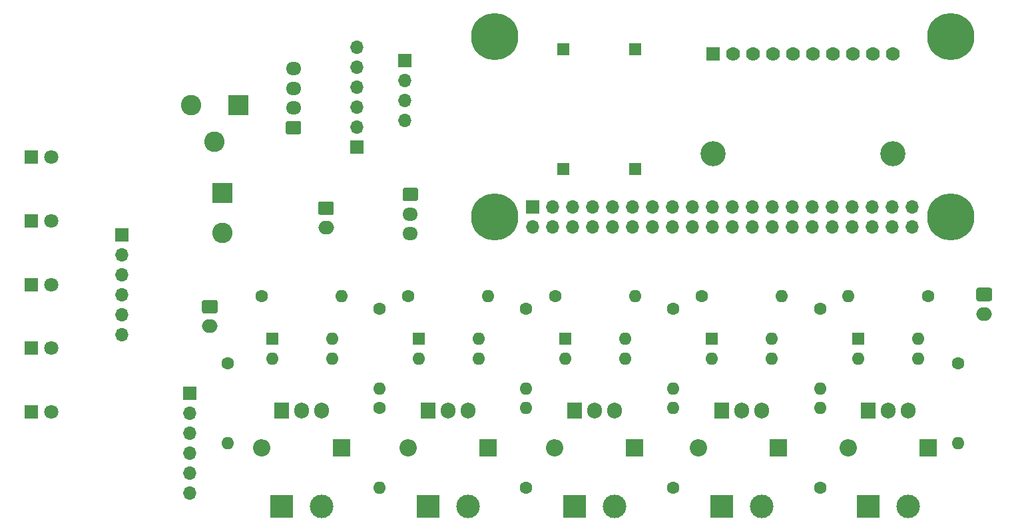
<source format=gts>
G04 #@! TF.GenerationSoftware,KiCad,Pcbnew,(5.1.10)-1*
G04 #@! TF.CreationDate,2022-01-04T01:34:32+08:00*
G04 #@! TF.ProjectId,Smart Hydroponic - 1,536d6172-7420-4487-9964-726f706f6e69,rev?*
G04 #@! TF.SameCoordinates,Original*
G04 #@! TF.FileFunction,Soldermask,Top*
G04 #@! TF.FilePolarity,Negative*
%FSLAX46Y46*%
G04 Gerber Fmt 4.6, Leading zero omitted, Abs format (unit mm)*
G04 Created by KiCad (PCBNEW (5.1.10)-1) date 2022-01-04 01:34:32*
%MOMM*%
%LPD*%
G01*
G04 APERTURE LIST*
%ADD10C,2.600000*%
%ADD11R,2.600000X2.600000*%
%ADD12R,1.700000X1.700000*%
%ADD13O,1.700000X1.700000*%
%ADD14O,1.905000X2.000000*%
%ADD15R,1.905000X2.000000*%
%ADD16C,3.000000*%
%ADD17R,3.000000X3.000000*%
%ADD18R,1.524000X1.524000*%
%ADD19C,3.200000*%
%ADD20R,1.778000X1.778000*%
%ADD21C,1.778000*%
%ADD22C,6.000000*%
%ADD23O,1.600000X1.600000*%
%ADD24R,1.600000X1.600000*%
%ADD25C,1.600000*%
%ADD26O,2.000000X1.700000*%
%ADD27O,1.950000X1.700000*%
%ADD28O,2.200000X2.200000*%
%ADD29R,2.200000X2.200000*%
%ADD30C,1.800000*%
%ADD31R,1.800000X1.800000*%
G04 APERTURE END LIST*
D10*
X67040000Y-96730000D03*
X64040000Y-92030000D03*
D11*
X70040000Y-92030000D03*
D12*
X63850000Y-128680000D03*
D13*
X63850000Y-131220000D03*
X63850000Y-133760000D03*
X63850000Y-136300000D03*
X63850000Y-138840000D03*
X63850000Y-141380000D03*
X55270000Y-121220000D03*
X55270000Y-118680000D03*
X55270000Y-116140000D03*
X55270000Y-113600000D03*
X55270000Y-111060000D03*
D12*
X55270000Y-108520000D03*
D13*
X91270000Y-94000000D03*
X91270000Y-91460000D03*
X91270000Y-88920000D03*
D12*
X91270000Y-86380000D03*
D13*
X85110000Y-84660000D03*
X85110000Y-87200000D03*
X85110000Y-89740000D03*
X85110000Y-92280000D03*
X85110000Y-94820000D03*
D12*
X85110000Y-97360000D03*
D14*
X155204000Y-130870000D03*
X152664000Y-130870000D03*
D15*
X150124000Y-130870000D03*
D14*
X136575500Y-130870000D03*
X134035500Y-130870000D03*
D15*
X131495500Y-130870000D03*
D14*
X117947000Y-130870000D03*
X115407000Y-130870000D03*
D15*
X112867000Y-130870000D03*
D14*
X99318500Y-130870000D03*
X96778500Y-130870000D03*
D15*
X94238500Y-130870000D03*
D14*
X80690000Y-130870000D03*
X78150000Y-130870000D03*
D15*
X75610000Y-130870000D03*
D16*
X155204000Y-143110000D03*
D17*
X150124000Y-143110000D03*
D16*
X136575500Y-143110000D03*
D17*
X131495500Y-143110000D03*
D16*
X117947000Y-143110000D03*
D17*
X112867000Y-143110000D03*
D16*
X99318500Y-143110000D03*
D17*
X94238500Y-143110000D03*
D16*
X80690000Y-143110000D03*
D17*
X75610000Y-143110000D03*
D18*
X120504000Y-100120000D03*
X111360000Y-100120000D03*
X120504000Y-84880000D03*
X111360000Y-84880000D03*
D19*
X130440000Y-98182500D03*
X153300000Y-98182500D03*
D20*
X130440000Y-85482500D03*
D21*
X132980000Y-85482500D03*
X135520000Y-85482500D03*
X138060000Y-85482500D03*
X140600000Y-85482500D03*
X153300000Y-85482500D03*
X150760000Y-85482500D03*
X148220000Y-85482500D03*
X145680000Y-85482500D03*
X143140000Y-85482500D03*
D22*
X160630000Y-106270000D03*
X102630000Y-83270000D03*
X160630000Y-83270000D03*
X102630000Y-106270000D03*
D13*
X155760000Y-107540000D03*
X155760000Y-105000000D03*
X137980000Y-107540000D03*
X137980000Y-105000000D03*
X132900000Y-107540000D03*
X132900000Y-105000000D03*
X143060000Y-107540000D03*
X143060000Y-105000000D03*
X115120000Y-107540000D03*
X115120000Y-105000000D03*
X145600000Y-107540000D03*
X145600000Y-105000000D03*
X127820000Y-107540000D03*
X127820000Y-105000000D03*
X150680000Y-107540000D03*
X150680000Y-105000000D03*
X148140000Y-107540000D03*
X148140000Y-105000000D03*
X153220000Y-107540000D03*
X153220000Y-105000000D03*
X130360000Y-107540000D03*
X130360000Y-105000000D03*
X117660000Y-107540000D03*
X117660000Y-105000000D03*
X122740000Y-107540000D03*
X122740000Y-105000000D03*
X140520000Y-107540000D03*
X140520000Y-105000000D03*
X120200000Y-107540000D03*
X120200000Y-105000000D03*
X135440000Y-107540000D03*
X135440000Y-105000000D03*
D12*
X107500000Y-105000000D03*
D13*
X107500000Y-107540000D03*
X112580000Y-105000000D03*
X110040000Y-107540000D03*
X125280000Y-107540000D03*
X125280000Y-105000000D03*
X110040000Y-105000000D03*
X112580000Y-107540000D03*
D23*
X156484000Y-121720000D03*
X148864000Y-124260000D03*
X156484000Y-124260000D03*
D24*
X148864000Y-121720000D03*
D23*
X137855500Y-121720000D03*
X130235500Y-124260000D03*
X137855500Y-124260000D03*
D24*
X130235500Y-121720000D03*
D23*
X119227000Y-121720000D03*
X111607000Y-124260000D03*
X119227000Y-124260000D03*
D24*
X111607000Y-121720000D03*
D23*
X100598500Y-121720000D03*
X92978500Y-124260000D03*
X100598500Y-124260000D03*
D24*
X92978500Y-121720000D03*
D23*
X81970000Y-121720000D03*
X74350000Y-124260000D03*
X81970000Y-124260000D03*
D24*
X74350000Y-121720000D03*
D23*
X161554000Y-135005000D03*
D25*
X161554000Y-124845000D03*
D23*
X144040000Y-130560000D03*
D25*
X144040000Y-140720000D03*
D23*
X147584000Y-116370000D03*
D25*
X157744000Y-116370000D03*
D23*
X144040000Y-128075000D03*
D25*
X144040000Y-117915000D03*
D23*
X125356666Y-130560000D03*
D25*
X125356666Y-140720000D03*
D23*
X139115500Y-116370000D03*
D25*
X128955500Y-116370000D03*
D23*
X125356666Y-128075000D03*
D25*
X125356666Y-117915000D03*
D23*
X106673333Y-130560000D03*
D25*
X106673333Y-140720000D03*
D23*
X120530000Y-116370000D03*
D25*
X110370000Y-116370000D03*
D23*
X106673333Y-128075000D03*
D25*
X106673333Y-117915000D03*
D23*
X87990000Y-140720000D03*
D25*
X87990000Y-130560000D03*
D23*
X101858500Y-116370000D03*
D25*
X91698500Y-116370000D03*
D23*
X87990000Y-128075000D03*
D25*
X87990000Y-117915000D03*
D23*
X68730000Y-135005000D03*
D25*
X68730000Y-124845000D03*
D23*
X83230000Y-116370000D03*
D25*
X73070000Y-116370000D03*
D26*
X164910000Y-118620000D03*
G36*
G01*
X164160000Y-115270000D02*
X165660000Y-115270000D01*
G75*
G02*
X165910000Y-115520000I0J-250000D01*
G01*
X165910000Y-116720000D01*
G75*
G02*
X165660000Y-116970000I-250000J0D01*
G01*
X164160000Y-116970000D01*
G75*
G02*
X163910000Y-116720000I0J250000D01*
G01*
X163910000Y-115520000D01*
G75*
G02*
X164160000Y-115270000I250000J0D01*
G01*
G37*
D27*
X77070000Y-87400000D03*
X77070000Y-89900000D03*
X77070000Y-92400000D03*
G36*
G01*
X77795000Y-95750000D02*
X76345000Y-95750000D01*
G75*
G02*
X76095000Y-95500000I0J250000D01*
G01*
X76095000Y-94300000D01*
G75*
G02*
X76345000Y-94050000I250000J0D01*
G01*
X77795000Y-94050000D01*
G75*
G02*
X78045000Y-94300000I0J-250000D01*
G01*
X78045000Y-95500000D01*
G75*
G02*
X77795000Y-95750000I-250000J0D01*
G01*
G37*
X91950000Y-108380000D03*
X91950000Y-105880000D03*
G36*
G01*
X91225000Y-102530000D02*
X92675000Y-102530000D01*
G75*
G02*
X92925000Y-102780000I0J-250000D01*
G01*
X92925000Y-103980000D01*
G75*
G02*
X92675000Y-104230000I-250000J0D01*
G01*
X91225000Y-104230000D01*
G75*
G02*
X90975000Y-103980000I0J250000D01*
G01*
X90975000Y-102780000D01*
G75*
G02*
X91225000Y-102530000I250000J0D01*
G01*
G37*
D26*
X81210000Y-107650000D03*
G36*
G01*
X80460000Y-104300000D02*
X81960000Y-104300000D01*
G75*
G02*
X82210000Y-104550000I0J-250000D01*
G01*
X82210000Y-105750000D01*
G75*
G02*
X81960000Y-106000000I-250000J0D01*
G01*
X80460000Y-106000000D01*
G75*
G02*
X80210000Y-105750000I0J250000D01*
G01*
X80210000Y-104550000D01*
G75*
G02*
X80460000Y-104300000I250000J0D01*
G01*
G37*
D10*
X68010000Y-108330000D03*
D11*
X68010000Y-103250000D03*
D26*
X66440000Y-120170000D03*
G36*
G01*
X65690000Y-116820000D02*
X67190000Y-116820000D01*
G75*
G02*
X67440000Y-117070000I0J-250000D01*
G01*
X67440000Y-118270000D01*
G75*
G02*
X67190000Y-118520000I-250000J0D01*
G01*
X65690000Y-118520000D01*
G75*
G02*
X65440000Y-118270000I0J250000D01*
G01*
X65440000Y-117070000D01*
G75*
G02*
X65690000Y-116820000I250000J0D01*
G01*
G37*
D28*
X147584000Y-135640000D03*
D29*
X157744000Y-135640000D03*
D30*
X46300000Y-131070000D03*
D31*
X43760000Y-131070000D03*
D28*
X128550000Y-135640000D03*
D29*
X138710000Y-135640000D03*
D30*
X46300000Y-122970000D03*
D31*
X43760000Y-122970000D03*
D28*
X110327000Y-135640000D03*
D29*
X120487000Y-135640000D03*
D30*
X46300000Y-114870000D03*
D31*
X43760000Y-114870000D03*
D28*
X91698500Y-135640000D03*
D29*
X101858500Y-135640000D03*
D30*
X46300000Y-106770000D03*
D31*
X43760000Y-106770000D03*
D30*
X46300000Y-98670000D03*
D31*
X43760000Y-98670000D03*
D28*
X73070000Y-135640000D03*
D29*
X83230000Y-135640000D03*
M02*

</source>
